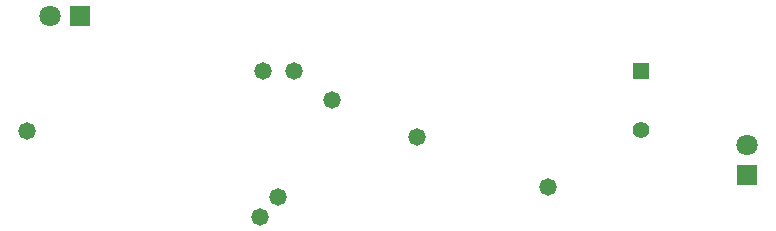
<source format=gbs>
G04*
G04 #@! TF.GenerationSoftware,Altium Limited,Altium Designer,24.0.1 (36)*
G04*
G04 Layer_Color=16711935*
%FSLAX44Y44*%
%MOMM*%
G71*
G04*
G04 #@! TF.SameCoordinates,B85333DD-67EC-4CFA-91B2-C3F9892E9ACE*
G04*
G04*
G04 #@! TF.FilePolarity,Negative*
G04*
G01*
G75*
%ADD37R,1.8032X1.8032*%
%ADD38C,1.8032*%
%ADD39R,1.8032X1.8032*%
%ADD40R,1.4032X1.4032*%
%ADD41C,1.4032*%
%ADD42C,1.4732*%
D37*
X1250950Y532130D02*
D03*
D38*
Y557530D02*
D03*
X660400Y666750D02*
D03*
D39*
X685800D02*
D03*
D40*
X1160780Y619760D02*
D03*
D41*
Y569760D02*
D03*
D42*
X899160Y595630D02*
D03*
X838200Y496570D02*
D03*
X853440Y513080D02*
D03*
X1082040Y521970D02*
D03*
X971550Y563880D02*
D03*
X867410Y619760D02*
D03*
X840740D02*
D03*
X641350Y568960D02*
D03*
M02*

</source>
